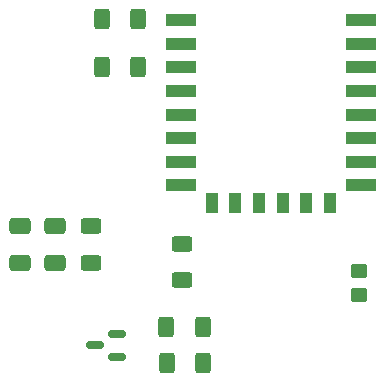
<source format=gtp>
%TF.GenerationSoftware,KiCad,Pcbnew,8.0.2*%
%TF.CreationDate,2024-05-13T19:00:29+03:00*%
%TF.ProjectId,WiFiRelay,57694669-5265-46c6-9179-2e6b69636164,rev?*%
%TF.SameCoordinates,Original*%
%TF.FileFunction,Paste,Top*%
%TF.FilePolarity,Positive*%
%FSLAX46Y46*%
G04 Gerber Fmt 4.6, Leading zero omitted, Abs format (unit mm)*
G04 Created by KiCad (PCBNEW 8.0.2) date 2024-05-13 19:00:29*
%MOMM*%
%LPD*%
G01*
G04 APERTURE LIST*
G04 Aperture macros list*
%AMRoundRect*
0 Rectangle with rounded corners*
0 $1 Rounding radius*
0 $2 $3 $4 $5 $6 $7 $8 $9 X,Y pos of 4 corners*
0 Add a 4 corners polygon primitive as box body*
4,1,4,$2,$3,$4,$5,$6,$7,$8,$9,$2,$3,0*
0 Add four circle primitives for the rounded corners*
1,1,$1+$1,$2,$3*
1,1,$1+$1,$4,$5*
1,1,$1+$1,$6,$7*
1,1,$1+$1,$8,$9*
0 Add four rect primitives between the rounded corners*
20,1,$1+$1,$2,$3,$4,$5,0*
20,1,$1+$1,$4,$5,$6,$7,0*
20,1,$1+$1,$6,$7,$8,$9,0*
20,1,$1+$1,$8,$9,$2,$3,0*%
G04 Aperture macros list end*
%ADD10RoundRect,0.250000X-0.450000X0.350000X-0.450000X-0.350000X0.450000X-0.350000X0.450000X0.350000X0*%
%ADD11RoundRect,0.250000X0.400000X0.625000X-0.400000X0.625000X-0.400000X-0.625000X0.400000X-0.625000X0*%
%ADD12RoundRect,0.250000X0.650000X-0.412500X0.650000X0.412500X-0.650000X0.412500X-0.650000X-0.412500X0*%
%ADD13RoundRect,0.250000X-0.400000X-0.625000X0.400000X-0.625000X0.400000X0.625000X-0.400000X0.625000X0*%
%ADD14RoundRect,0.250000X0.625000X-0.400000X0.625000X0.400000X-0.625000X0.400000X-0.625000X-0.400000X0*%
%ADD15R,2.500000X1.000000*%
%ADD16R,1.000000X1.800000*%
%ADD17RoundRect,0.150000X0.587500X0.150000X-0.587500X0.150000X-0.587500X-0.150000X0.587500X-0.150000X0*%
G04 APERTURE END LIST*
D10*
%TO.C,IO0*%
X142000000Y-118250000D03*
X142000000Y-120250000D03*
%TD*%
D11*
%TO.C,R3*%
X128750000Y-123000000D03*
X125650000Y-123000000D03*
%TD*%
D12*
%TO.C,C2*%
X116250000Y-117562500D03*
X116250000Y-114437500D03*
%TD*%
D13*
%TO.C,R1*%
X120200000Y-96950000D03*
X123300000Y-96950000D03*
%TD*%
D14*
%TO.C,R6*%
X119250000Y-117550000D03*
X119250000Y-114450000D03*
%TD*%
D15*
%TO.C,U1*%
X126900000Y-97000000D03*
X126900000Y-99000000D03*
X126900000Y-101000000D03*
X126900000Y-103000000D03*
X126900000Y-105000000D03*
X126900000Y-107000000D03*
X126900000Y-109000000D03*
X126900000Y-111000000D03*
D16*
X129500000Y-112500000D03*
X131500000Y-112500000D03*
X133500000Y-112500000D03*
X135500000Y-112500000D03*
X137500000Y-112500000D03*
X139500000Y-112500000D03*
D15*
X142100000Y-111000000D03*
X142100000Y-109000000D03*
X142100000Y-107000000D03*
X142100000Y-105000000D03*
X142100000Y-103000000D03*
X142100000Y-101000000D03*
X142100000Y-99000000D03*
X142100000Y-97000000D03*
%TD*%
D17*
%TO.C,Q1*%
X121500000Y-125500000D03*
X121500000Y-123600000D03*
X119625000Y-124550000D03*
%TD*%
D13*
%TO.C,R5*%
X125700000Y-126000000D03*
X128800000Y-126000000D03*
%TD*%
D12*
%TO.C,C1*%
X113250000Y-117562500D03*
X113250000Y-114437500D03*
%TD*%
D14*
%TO.C,R4*%
X127000000Y-119050000D03*
X127000000Y-115950000D03*
%TD*%
D13*
%TO.C,R2*%
X120200000Y-100950000D03*
X123300000Y-100950000D03*
%TD*%
M02*

</source>
